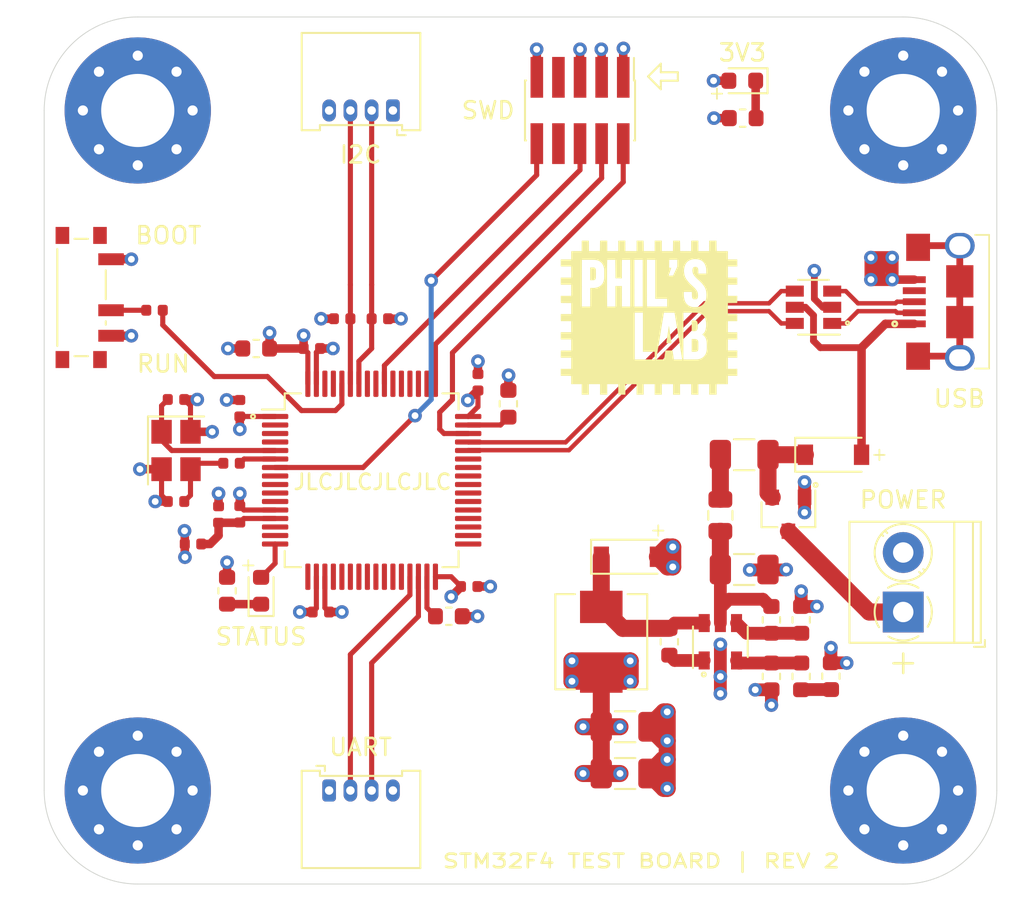
<source format=kicad_pcb>
(kicad_pcb (version 20240108) (generator "pcbnew") (generator_version "8.0")
  (layers (0 "F.Cu" signal) (1 "In1.Cu" power) (2 "In2.Cu" power) (31 "B.Cu" signal) (34 "B.Paste" user) (35 "F.Paste" user) (36 "B.SilkS" user "B.Silkscreen") (37 "F.SilkS" user "F.Silkscreen") (38 "B.Mask" user) (39 "F.Mask" user) (44 "Edge.Cuts" user))
  (net 0 "")
  (net 1 "BUCK_IN")
  (net 2 "GND")
  (net 3 "+3V3")
  (net 4 "BUCK_SW")
  (net 5 "BUCK_BST")
  (net 6 "+3.3VA")
  (net 7 "Net-(C13-Pad1)")
  (net 8 "Net-(C14-Pad1)")
  (net 9 "HSE_IN")
  (net 10 "Net-(C16-Pad1)")
  (net 11 "+5V")
  (net 12 "Net-(D1-Pad1)")
  (net 13 "Net-(D3-Pad1)")
  (net 14 "Net-(D4-Pad1)")
  (net 15 "LED_STATUS")
  (net 16 "Net-(F1-Pad1)")
  (net 17 "+12V")
  (net 18 "SWDIO")
  (net 19 "SWCLK")
  (net 20 "SWO")
  (net 21 "Net-(J2-Pad7)")
  (net 22 "Net-(J2-Pad8)")
  (net 23 "NRST")
  (net 24 "I2C1_SDA")
  (net 25 "I2C1_SCL")
  (net 26 "USART3_TX")
  (net 27 "USART3_RX")
  (net 28 "USB_CONN_D-")
  (net 29 "USB_CONN_D+")
  (net 30 "Net-(J5-Pad4)")
  (net 31 "Net-(J5-Pad6)")
  (net 32 "BUCK_EN")
  (net 33 "BUCK_FB")
  (net 34 "Net-(R4-Pad2)")
  (net 35 "BOOT0")
  (net 36 "Net-(R7-Pad1)")
  (net 37 "HSE_OUT")
  (net 38 "Net-(U2-Pad2)")
  (net 39 "Net-(U2-Pad3)")
  (net 40 "Net-(U2-Pad4)")
  (net 41 "Net-(U2-Pad8)")
  (net 42 "Net-(U2-Pad9)")
  (net 43 "Net-(U2-Pad10)")
  (net 44 "Net-(U2-Pad11)")
  (net 45 "Net-(U2-Pad14)")
  (net 46 "Net-(U2-Pad15)")
  (net 47 "Net-(U2-Pad17)")
  (net 48 "Net-(U2-Pad20)")
  (net 49 "Net-(U2-Pad21)")
  (net 50 "Net-(U2-Pad22)")
  (net 51 "Net-(U2-Pad23)")
  (net 52 "Net-(U2-Pad24)")
  (net 53 "Net-(U2-Pad25)")
  (net 54 "Net-(U2-Pad26)")
  (net 55 "Net-(U2-Pad27)")
  (net 56 "Net-(U2-Pad28)")
  (net 57 "Net-(U2-Pad33)")
  (net 58 "Net-(U2-Pad34)")
  (net 59 "Net-(U2-Pad35)")
  (net 60 "Net-(U2-Pad36)")
  (net 61 "Net-(U2-Pad37)")
  (net 62 "Net-(U2-Pad38)")
  (net 63 "Net-(U2-Pad39)")
  (net 64 "Net-(U2-Pad40)")
  (net 65 "Net-(U2-Pad41)")
  (net 66 "Net-(U2-Pad42)")
  (net 67 "Net-(U2-Pad43)")
  (net 68 "USB_D-")
  (net 69 "USB_D+")
  (net 70 "Net-(U2-Pad50)")
  (net 71 "Net-(U2-Pad51)")
  (net 72 "Net-(U2-Pad52)")
  (net 73 "Net-(U2-Pad53)")
  (net 74 "Net-(U2-Pad54)")
  (net 75 "Net-(U2-Pad56)")
  (net 76 "Net-(U2-Pad57)")
  (net 77 "Net-(U2-Pad61)")
  (net 78 "Net-(U2-Pad62)")
  (footprint "Capacitor_SMD:C_1206_3216Metric" (layer "F.Cu") (at 71.9 68)
    (property "Reference" "C1")
    (property "Value" "10u")
  )
  (footprint "Capacitor_SMD:C_1206_3216Metric" (layer "F.Cu") (at 64.9 77.25)
    (property "Reference" "C2")
    (property "Value" "10u")
  )
  (footprint "Capacitor_SMD:C_1206_3216Metric" (layer "F.Cu") (at 64.9 80)
    (property "Reference" "C3")
    (property "Value" "10u")
  )
  (footprint "Capacitor_SMD:C_0603_1608Metric" (layer "F.Cu") (at 67.5 72.25 -90)
    (property "Reference" "C4")
    (property "Value" "10n")
  )
  (footprint "Capacitor_SMD:C_0603_1608Metric" (layer "F.Cu") (at 43.2125 55 180)
    (property "Reference" "C5")
    (property "Value" "4u7")
  )
  (footprint "Capacitor_SMD:C_0402_1005Metric" (layer "F.Cu") (at 42.25 58.515 90)
    (property "Reference" "C6")
    (property "Value" "100n")
  )
  (footprint "Capacitor_SMD:C_0402_1005Metric" (layer "F.Cu") (at 47.015 70.5 180)
    (property "Reference" "C7")
    (property "Value" "100n")
  )
  (footprint "Capacitor_SMD:C_0402_1005Metric" (layer "F.Cu") (at 55.735 69)
    (property "Reference" "C8")
    (property "Value" "100n")
  )
  (footprint "Capacitor_SMD:C_0402_1005Metric" (layer "F.Cu") (at 56.25 56.985 90)
    (property "Reference" "C9")
    (property "Value" "100n")
  )
  (footprint "Capacitor_SMD:C_0402_1005Metric" (layer "F.Cu") (at 46.485 55)
    (property "Reference" "C10")
    (property "Value" "100n")
  )
  (footprint "Capacitor_SMD:C_0402_1005Metric" (layer "F.Cu") (at 41 64.765 90)
    (property "Reference" "C11")
    (property "Value" "1u")
  )
  (footprint "Capacitor_SMD:C_0402_1005Metric" (layer "F.Cu") (at 42.25 64.75 90)
    (property "Reference" "C12")
    (property "Value" "10n")
  )
  (footprint "Capacitor_SMD:C_0603_1608Metric" (layer "F.Cu") (at 54.5375 70.75)
    (property "Reference" "C13")
    (property "Value" "2u2")
  )
  (footprint "Capacitor_SMD:C_0603_1608Metric" (layer "F.Cu") (at 58.0375 58.25 90)
    (property "Reference" "C14")
    (property "Value" "2u2")
  )
  (footprint "Capacitor_SMD:C_0402_1005Metric" (layer "F.Cu") (at 38.5 58)
    (property "Reference" "C15")
    (property "Value" "12p")
  )
  (footprint "Capacitor_SMD:C_0402_1005Metric" (layer "F.Cu") (at 38.5 64 180)
    (property "Reference" "C16")
    (property "Value" "12p")
  )
  (footprint "Diode_SMD:D_SOD-123" (layer "F.Cu") (at 77.15 61.25)
    (property "Reference" "D1")
    (property "Value" "B5819W")
  )
  (footprint "Diode_SMD:D_SOD-123" (layer "F.Cu") (at 65.15 67.25)
    (property "Reference" "D2")
    (property "Value" "B5819W")
  )
  (footprint "LED_SMD:LED_0603_1608Metric" (layer "F.Cu") (at 71.7875 39.25 180)
    (property "Reference" "D3")
    (property "Value" "RED")
  )
  (footprint "LED_SMD:LED_0603_1608Metric" (layer "F.Cu") (at 43.5 69.25 90)
    (property "Reference" "D4")
    (property "Value" "BLUE")
  )
  (footprint "Fuse:Fuse_1206_3216Metric" (layer "F.Cu") (at 71.9 61.25)
    (property "Reference" "F1")
    (property "Value" "250mA")
  )
  (footprint "Inductor_SMD:L_0805_2012Metric" (layer "F.Cu") (at 70.5 64.8125 90)
    (property "Reference" "FB1")
    (property "Value" "600 @ 600MHz")
  )
  (footprint "MountingHole:MountingHole_4.3mm_M4_Pad_Via" (layer "F.Cu") (at 81.25 41)
    (property "Reference" "H1")
    (property "Value" "MountingHole_Pad")
  )
  (footprint "MountingHole:MountingHole_4.3mm_M4_Pad_Via" (layer "F.Cu") (at 36.25 81)
    (property "Reference" "H3")
    (property "Value" "MountingHole_Pad")
  )
  (footprint "MountingHole:MountingHole_4.3mm_M4_Pad_Via" (layer "F.Cu") (at 36.25 41)
    (property "Reference" "H4")
    (property "Value" "MountingHole_Pad")
  )
  (footprint "TerminalBlock_Phoenix:TerminalBlock_Phoenix_PT-1,5-2-3.5-H_1x02_P3.50mm_Horizontal" (layer "F.Cu") (at 81.25 70.5 90)
    (property "Reference" "J1")
    (property "Value" "Screw_Terminal_01x02")
  )
  (footprint "Connector_PinHeader_1.27mm:PinHeader_2x05_P1.27mm_Vertical_SMD" (layer "F.Cu") (at 62.25 41 -90)
    (property "Reference" "J2")
    (property "Value" "SWD")
  )
  (footprint "Connector_Molex:Molex_PicoBlade_53048-0410_1x04_P1.25mm_Horizontal" (layer "F.Cu") (at 51.25 41 180)
    (property "Reference" "J3")
    (property "Value" "Conn_01x04")
  )
  (footprint "Connector_Molex:Molex_PicoBlade_53048-0410_1x04_P1.25mm_Horizontal" (layer "F.Cu") (at 47.5 81)
    (property "Reference" "J4")
    (property "Value" "Conn_01x04")
  )
  (footprint "SchmillipKiCADLibrary:USB_MICRO_B_101181930001LF" (layer "F.Cu") (at 84.5 52.25 90)
    (property "Reference" "J5")
    (property "Value" "USB_B_Micro" (hide yes))
  )
  (footprint "Inductor_SMD:L_Sunlord_MWSA0518_5.4x5.2mm" (layer "F.Cu") (at 63.5 72.25 -90)
    (property "Reference" "L1")
    (property "Value" "10u")
  )
  (footprint "Inductor_SMD:L_0402_1005Metric" (layer "F.Cu") (at 39.5 66.5)
    (property "Reference" "L2")
    (property "Value" "39n")
  )
  (footprint "Package_TO_SOT_SMD:SOT-23" (layer "F.Cu") (at 74.5 64.75 -90)
    (property "Reference" "Q1")
    (property "Value" "AO3401A")
  )
  (footprint "Resistor_SMD:R_0603_1608Metric" (layer "F.Cu") (at 73.5 70.9625 -90)
    (property "Reference" "R1")
    (property "Value" "100k")
  )
  (footprint "Resistor_SMD:R_0603_1608Metric" (layer "F.Cu") (at 75.25 70.9625 90)
    (property "Reference" "R2")
    (property "Value" "68k")
  )
  (footprint "Resistor_SMD:R_0603_1608Metric" (layer "F.Cu") (at 73.5 74.2875 90)
    (property "Reference" "R3")
    (property "Value" "47k")
  )
  (footprint "Resistor_SMD:R_0603_1608Metric" (layer "F.Cu") (at 75.25 74.2875 -90)
    (property "Reference" "R4")
    (property "Value" "15k")
  )
  (footprint "Resistor_SMD:R_0603_1608Metric" (layer "F.Cu") (at 77 74.275 90)
    (property "Reference" "R5")
    (property "Value" "270")
  )
  (footprint "Resistor_SMD:R_0603_1608Metric" (layer "F.Cu") (at 71.8125 41.45)
    (property "Reference" "R6")
    (property "Value" "1k")
  )
  (footprint "Resistor_SMD:R_0402_1005Metric" (layer "F.Cu") (at 37.235 52.75)
    (property "Reference" "R7")
    (property "Value" "10k")
  )
  (footprint "Resistor_SMD:R_0402_1005Metric" (layer "F.Cu") (at 41.765 61.75 180)
    (property "Reference" "R8")
    (property "Value" "47")
  )
  (footprint "Resistor_SMD:R_0603_1608Metric" (layer "F.Cu") (at 41.5 69.25 -90)
    (property "Reference" "R9")
    (property "Value" "1k5")
  )
  (footprint "Resistor_SMD:R_0402_1005Metric" (layer "F.Cu") (at 50.485 53.25 180)
    (property "Reference" "R10")
    (property "Value" "2k2")
  )
  (footprint "Resistor_SMD:R_0402_1005Metric" (layer "F.Cu") (at 48.265 53.25)
    (property "Reference" "R11")
    (property "Value" "2k2")
  )
  (footprint "Button_Switch_SMD:SW_SPDT_PCM12" (layer "F.Cu") (at 33.25 52 -90)
    (property "Reference" "SW1")
    (property "Value" "SW_SPDT")
  )
  (footprint "Package_TO_SOT_SMD:SOT-23-6" (layer "F.Cu") (at 70.5 72.25 90)
    (property "Reference" "U1")
    (property "Value" "MP2359DJ-LF-Z")
  )
  (footprint "Package_QFP:LQFP-64_10x10mm_P0.5mm" (layer "F.Cu") (at 50 62.75)
    (property "Reference" "U2")
    (property "Value" "STM32F405RGT6")
  )
  (footprint "Package_TO_SOT_SMD:SOT-23-6" (layer "F.Cu") (at 75.975 52.575 180)
    (property "Reference" "U3")
    (property "Value" "USBLC6-2SC6")
  )
  (footprint "Crystal:Crystal_SMD_3225-4Pin_3.2x2.5mm" (layer "F.Cu") (at 38.5 61 -90)
    (property "Reference" "Y1")
    (property "Value" "16MHz")
  )
  (footprint "MountingHole:MountingHole_4.3mm_M4_Pad_Via" (layer "F.Cu") (at 81.25 81)
    (property "Reference" "H2")
    (property "Value" "MountingHole_Pad")
  )
  (footprint "SchmillipKiCADLibrary:Silk_PhilsLabIC" (layer "F.Cu") (at 66.4 53.15)
    (property "Reference" "G***" (hide yes))
    (property "Value" "LOGO" (hide yes))
  )
  (footprint "SchmillipKiCADLibrary:JLCPCB_MountingHole_1.152mm" (layer "F.Cu") (at 42.5 41)
    (property "Reference" "REF**")
    (property "Value" "MountingHole_1.152mm")
  )
  (footprint "SchmillipKiCADLibrary:JLCPCB_MountingHole_1.152mm" (layer "F.Cu") (at 75.25 41)
    (property "Reference" "REF**")
    (property "Value" "MountingHole_1.152mm")
  )
  (footprint "SchmillipKiCADLibrary:JLCPCB_MountingHole_1.152mm" (layer "F.Cu") (at 75.25 81)
    (property "Reference" "REF**")
    (property "Value" "MountingHole_1.152mm")
  )
  (gr_line (start 68 39.25) (end 67 39.25) (stroke (width 0.12)) (layer "F.SilkS"))
  (gr_line (start 67 38.75) (end 68 38.75) (stroke (width 0.12)) (layer "F.SilkS"))
  (gr_line (start 67 39.25) (end 67 39.75) (stroke (width 0.12)) (layer "F.SilkS"))
  (gr_line (start 67 39.75) (end 66.25 39) (stroke (width 0.12)) (layer "F.SilkS"))
  (gr_line (start 67 38.25) (end 67 38.75) (stroke (width 0.12)) (layer "F.SilkS"))
  (gr_line (start 66.25 39) (end 67 38.25) (stroke (width 0.12)) (layer "F.SilkS"))
  (gr_line (start 68 38.75) (end 68 39.25) (stroke (width 0.12)) (layer "F.SilkS"))
  (gr_circle (center 43.025 59) (end 43.05 59.05) (stroke (width 0.12)) (fill none) (layer "F.SilkS"))
  (gr_circle (center 76.1 63.025) (end 76.125 63.075) (stroke (width 0.12)) (fill none) (layer "F.SilkS"))
  (gr_circle (center 77.975 53.5) (end 78 53.525) (stroke (width 0.12)) (fill none) (layer "F.SilkS"))
  (gr_circle (center 69.525 74.175) (end 69.55 74.225) (stroke (width 0.12)) (fill none) (layer "F.SilkS"))
  (gr_line (start 30.75 81) (end 30.75 41) (stroke (width 0.05)) (layer "Edge.Cuts"))
  (gr_arc (start 86.75 81) (mid 85.139087 84.889087) (end 81.25 86.5) (stroke (width 0.05)) (layer "Edge.Cuts"))
  (gr_arc (start 30.75 41) (mid 32.360913 37.110913) (end 36.25 35.5) (stroke (width 0.05)) (layer "Edge.Cuts"))
  (gr_line (start 86.75 41) (end 86.75 81) (stroke (width 0.05)) (layer "Edge.Cuts"))
  (gr_arc (start 36.25 86.5) (mid 32.360913 84.889087) (end 30.75 81) (stroke (width 0.05)) (layer "Edge.Cuts"))
  (gr_arc (start 81.25 35.5) (mid 85.139087 37.110913) (end 86.75 41) (stroke (width 0.05)) (layer "Edge.Cuts"))
  (gr_line (start 81.25 86.5) (end 36.25 86.5) (stroke (width 0.05)) (layer "Edge.Cuts"))
  (gr_line (start 36.25 35.5) (end 81.25 35.5) (stroke (width 0.05)) (layer "Edge.Cuts"))
  (gr_text "UART" (at 49.35 78.45 0) (layer "F.SilkS") (effects (font (size 1 1))))
  (gr_text "USB" (at 84.55 57.95 0) (layer "F.SilkS") (effects (font (size 1 1))))
  (gr_text "POWER" (at 81.25 63.9 0) (layer "F.SilkS") (effects (font (size 1 1))))
  (gr_text "BOOT" (at 38.05 48.35 0) (layer "F.SilkS") (effects (font (size 1 1))))
  (gr_text "SWD" (at 56.85 41 0) (layer "F.SilkS") (effects (font (size 1 1))))
  (gr_text "3V3" (at 71.8 37.6 0) (layer "F.SilkS") (effects (font (size 1 1))))
  (gr_text "STATUS" (at 43.5 71.95 0) (layer "F.SilkS") (effects (font (size 1 1))))
  (gr_text "+" (at 66.85 65.65 0) (layer "F.SilkS") (effects (font (size 0.8 0.8) (thickness 0.1))))
  (gr_text "+" (at 81.25 73.4 0) (layer "F.SilkS") (effects (font (size 1.5 1.5))))
  (gr_text "+" (at 42.75 67.7 0) (layer "F.SilkS") (effects (font (size 0.8 0.8) (thickness 0.1))))
  (gr_text "+" (at 70.3 39.95 0) (layer "F.SilkS") (effects (font (size 0.8 0.8) (thickness 0.1))))
  (gr_text "RUN" (at 37.75 55.9 0) (layer "F.SilkS") (effects (font (size 1 1))))
  (gr_text "+" (at 79.85 61.2 0) (layer "F.SilkS") (effects (font (size 0.8 0.8) (thickness 0.1))))
  (gr_text "I2C" (at 49.35 43.6 0) (layer "F.SilkS") (effects (font (size 1 1))))
  (gr_text "STM32F4 TEST BOARD | REV 2" (at 65.85 85.15 0) (layer "F.SilkS") (effects (font (size 0.8 1))))
  (gr_text "JLCJLCJLCJLC" (at 50.05 62.85 0) (layer "F.SilkS") (effects (font (size 0.9 0.9))))
  (segment (start 73 69.75) (end 71 69.75) (width 0.75) (layer "F.Cu") (net 1))
  (segment (start 70.5 65.75) (end 70.5 68) (width 1) (layer "F.Cu") (net 1))
  (segment (start 70.5 71.15) (end 70.5 70.25) (width 0.75) (layer "F.Cu") (net 1))
  (segment (start 73.5 70.175) (end 73.425 70.175) (width 0.75) (layer "F.Cu") (net 1))
  (segment (start 71 69.75) (end 70.5 70.25) (width 0.75) (layer "F.Cu") (net 1))
  (segment (start 70.5 70.25) (end 70.5 68) (width 0.75) (layer "F.Cu") (net 1))
  (segment (start 73.425 70.175) (end 73 69.75) (width 0.75) (layer "F.Cu") (net 1))
  (segment (start 56.22 69) (end 56.975 69) (width 0.5) (layer "F.Cu") (net 2))
  (segment (start 76.525 52.575) (end 76.025 52.075) (width 0.4) (layer "F.Cu") (net 2))
  (segment (start 55.325 70.75) (end 56.225 70.75) (width 0.5) (layer "F.Cu") (net 2))
  (segment (start 67.7 67.85) (end 67.4 67.85) (width 1) (layer "F.Cu") (net 2))
  (segment (start 67.375 76.375) (end 67.175 76.375) (width 1) (layer "F.Cu") (net 2))
  (segment (start 46.75 57.075) (end 46.75 55.22) (width 0.3) (layer "F.Cu") (net 2))
  (segment (start 75.45 62.85) (end 75.45 64.65) (width 0.75) (layer "F.Cu") (net 2))
  (segment (start 42.25 64.265) (end 42.25 63.525) (width 0.5) (layer "F.Cu") (net 2))
  (segment (start 62.25 39.05) (end 62.25 37.4) (width 0.5) (layer "F.Cu") (net 2))
  (segment (start 67.375 80.875) (end 67.175 80.875) (width 1) (layer "F.Cu") (net 2))
  (segment (start 77.075 52.575) (end 76.525 52.575) (width 0.4) (layer "F.Cu") (net 2))
  (segment (start 70.5 72.4) (end 70.5 75.3) (width 0.75) (layer "F.Cu") (net 2))
  (segment (start 46.75 70.28) (end 46.53 70.5) (width 0.3) (layer "F.Cu") (net 2))
  (segment (start 37.65 62.1) (end 37.65 63.635) (width 0.3) (layer "F.Cu") (net 2))
  (segment (start 67.175 76.375) (end 66.3 77.25) (width 1) (layer "F.Cu") (net 2))
  (segment (start 80.6 49.65) (end 80.6 50.95) (width 0.75) (layer "F.Cu") (net 2))
  (segment (start 42.25 58.03) (end 41.48 58.03) (width 0.5) (layer "F.Cu") (net 2))
  (segment (start 77 73.4875) (end 77.9125 73.4875) (width 0.75) (layer "F.Cu") (net 2))
  (segment (start 59.71 39.05) (end 59.71 37.41) (width 0.5) (layer "F.Cu") (net 2))
  (segment (start 38.015 64) (end 37.275 64) (width 0.5) (layer "F.Cu") (net 2))
  (segment (start 80.6 50.95) (end 79.35 50.95) (width 0.75) (layer "F.Cu") (net 2))
  (segment (start 67.7 66.675) (end 67.375 66.675) (width 1) (layer "F.Cu") (net 2))
  (segment (start 67.125 79.175) (end 66.3 80) (width 1) (layer "F.Cu") (net 2))
  (segment (start 56.25 56.5) (end 56.25 55.75) (width 0.5) (layer "F.Cu") (net 2))
  (segment (start 42.485 64.5) (end 42.25 64.265) (width 0.3) (layer "F.Cu") (net 2))
  (segment (start 67.375 76.375) (end 67.375 78.075) (width 1) (layer "F.Cu") (net 2))
  (segment (start 46.75 55.22) (end 46.97 55) (width 0.3) (layer "F.Cu") (net 2))
  (segment (start 39.35 59.9) (end 39.35 58.365) (width 0.3) (layer "F.Cu") (net 2))
  (segment (start 42.425 55) (end 41.55 55) (width 0.5) (layer "F.Cu") (net 2))
  (segment (start 67.375 79.175) (end 67.375 80.875) (width 1) (layer "F.Cu") (net 2))
  (segment (start 41.5 68.4625) (end 41.5 67.575) (width 0.5) (layer "F.Cu") (net 2))
  (segment (start 41 64.28) (end 41 63.525) (width 0.5) (layer "F.Cu") (net 2))
  (segment (start 63.52 39.05) (end 63.52 37.42) (width 0.5) (layer "F.Cu") (net 2))
  (segment (start 67.4 67.85) (end 66.8 67.25) (width 1) (layer "F.Cu") (net 2))
  (segment (start 44.325 64.5) (end 42.485 64.5) (width 0.3) (layer "F.Cu") (net 2))
  (segment (start 39.75 58) (end 38.985 58) (width 0.5) (layer "F.Cu") (net 2))
  (segment (start 35.875 54.25) (end 34.68 54.25) (width 0.5) (layer "F.Cu") (net 2))
  (segment (start 37.65 63.635) (end 38.015 64) (width 0.3) (layer "F.Cu") (net 2))
  (segment (start 79.35 50.9) (end 80.6 49.65) (width 0.75) (layer "F.Cu") (net 2))
  (segment (start 46.97 55) (end 47.725 55) (width 0.5) (layer "F.Cu") (net 2))
  (segment (start 79.35 50.95) (end 79.35 50.9) (width 0.75) (layer "F.Cu") (net 2))
  (segment (start 74.35 68.025) (end 74.375 68) (width 0.75) (layer "F.Cu") (net 2))
  (segment (start 58.0375 56.5875) (end 58.05 56.575) (width 0.5) (layer "F.Cu") (net 2))
  (segment (start 63.52 37.42) (end 63.5 37.4) (width 0.5) (layer "F.Cu") (net 2))
  (segment (start 37.65 62.1) (end 36.375 62.1) (width 0.5) (layer "F.Cu") (net 2))
  (segment (start 71.025 41.45) (end 70.125 41.45) (width 0.5) (layer "F.Cu") (net 2))
  (segment (start 77 73.4875) (end 77 72.6) (width 0.75) (layer "F.Cu") (net 2))
  (segment (start 76.025 52.075) (end 76.025 50.425) (width 0.4) (layer "F.Cu") (net 2))
  (segment (start 46.53 70.5) (end 45.775 70.5) (width 0.5) (layer "F.Cu") (net 2))
  (segment (start 79.35 49.65) (end 80.6 49.65) (width 0.75) (layer "F.Cu") (net 2))
  (segment (start 75.25 70.175) (end 76.175 70.175) (width 0.75) (layer "F.Cu") (net 2))
  (segment (start 41.48 58.03) (end 41.475 58.025) (width 0.5) (layer "F.Cu") (net 2))
  (segment (start 72.225 68.025) (end 74.35 68.025) (width 0.75) (layer "F.Cu") (net 2))
  (segment (start 58.0375 57.4625) (end 58.0375 56.5875) (width 0.5) (layer "F.Cu") (net 2))
  (segment (start 59.71 37.41) (end 59.7 37.4) (width 0.5) (layer "F.Cu") (net 2))
  (segment (start 81.9 50.95) (end 80.6 50.95) (width 0.5) (layer "F.Cu") (net 2))
  (segment (start 75.25 70.175) (end 75.25 69.275) (width 0.75) (layer "F.Cu") (net 2))
  (segment (start 67.375 78.075) (end 67.375 79.175) (width 1) (layer "F.Cu") (net 2))
  (segment (start 40.625 59.9) (end 39.35 59.9) (width 0.5) (layer "F.Cu") (net 2))
  (segment (start 67.125 78.075) (end 66.3 77.25) (width 1) (layer "F.Cu") (net 2))
  (segment (start 67.375 79.175) (end 67.125 79.175) (width 1) (layer "F.Cu") (net 2))
  (segment (start 67.7 66.675) (end 67.7 67.85) (width 1) (layer "F.Cu") (net 2))
  (segment (start 67.375 78.075) (end 67.125 78.075) (width 1) (layer "F.Cu") (net 2))
  (segment (start 67.175 80.875) (end 66.3 80) (width 1) (layer "F.Cu") (net 2))
  (segment (start 79.35 49.65) (end 79.35 50.95) (width 0.75) (layer "F.Cu") (net 2))
  (segment (start 77.9125 73.4875) (end 77.925 73.5) (width 0.75) (layer "F.Cu") (net 2))
  (segment (start 39.35 58.365) (end 38.985 58) (width 0.3) (layer "F.Cu") (net 2))
  (segment (start 46.75 68.425) (end 46.75 70.28) (width 0.3) (layer "F.Cu") (net 2))
  (segment (start 67.375 66.675) (end 66.8 67.25) (width 1) (layer "F.Cu") (net 2))
  (via (at 35.875 54.25) (size 0.8) (drill 0.4) (layers "F.Cu" "B.Cu") (net 2))
  (via (at 47.725 55) (size 0.8) (drill 0.4) (layers "F.Cu" "B.Cu") (net 2))
  (via (at 39.75 58) (size 0.8) (drill 0.4) (layers "F.Cu" "B.Cu") (net 2))
  (via (at 37.275 64) (size 0.8) (drill 0.4) (layers "F.Cu" "B.Cu") (net 2))
  (via (at 41 63.525) (size 0.8) (drill 0.4) (layers "F.Cu" "B.Cu") (net 2))
  (via (at 42.25 63.525) (size 0.8) (drill 0.4) (layers "F.Cu" "B.Cu") (net 2))
  (via (at 41.5 67.575) (size 0.8) (drill 0.4) (layers "F.Cu" "B.Cu") (net 2))
  (via (at 45.775 70.5) (size 0.8) (drill 0.4) (layers "F.Cu" "B.Cu") (net 2))
  (via (at 56.225 70.75) (size 0.8) (drill 0.4) (layers "F.Cu" "B.Cu") (net 2))
  (via (at 56.975 69) (size 0.8) (drill 0.4) (layers "F.Cu" "B.Cu") (net 2))
  (via (at 56.25 55.75) (size 0.8) (drill 0.4) (layers "F.Cu" "B.Cu") (net 2))
  (via (at 58.05 56.575) (size 0.8) (drill 0.4) (layers "F.Cu" "B.Cu") (net 2))
  (via (at 70.125 41.45) (size 0.8) (drill 0.4) (layers "F.Cu" "B.Cu") (net 2))
  (via (at 80.6 50.95) (size 0.8) (drill 0.4) (layers "F.Cu" "B.Cu") (net 2))
  (via (at 79.35 50.95) (size 0.8) (drill 0.4) (layers "F.Cu" "B.Cu") (net 2))
  (via (at 79.35 49.65) (size 0.8) (drill 0.4) (layers "F.Cu" "B.Cu") (net 2))
  (via (at 80.6 49.65) (size 0.8) (drill 0.4) (layers "F.Cu" "B.Cu") (net 2))
  (via (at 67.7 66.675) (size 0.8) (drill 0.4) (layers "F.Cu" "B.Cu") (net 2))
  (via (at 67.7 67.85) (size 0.8) (drill 0.4) (layers "F.Cu" "B.Cu") (net 2))
  (via (at 72.225 68.025) (size 0.8) (drill 0.4) (layers "F.Cu" "B.Cu") (net 2))
  (via (at 74.375 68) (size 0.8) (drill 0.4) (layers "F.Cu" "B.Cu") (net 2))
  (via (at 75.45 62.85) (size 0.8) (drill 0.4) (layers "F.Cu" "B.Cu") (net 2))
  (via (at 75.45 64.65) (size 0.8) (drill 0.4) (layers "F.Cu" "B.Cu") (net 2))
  (via (at 77 72.6) (size 0.8) (drill 0.4) (layers "F.Cu" "B.Cu") (net 2))
  (via (at 77.925 73.5) (size 0.8) (drill 0.4) (layers "F.Cu" "B.Cu") (net 2))
  (via (at 76.175 70.175) (size 0.8) (drill 0.4) (layers "F.Cu" "B.Cu") (net 2))
  (via (at 75.25 69.275) (size 0.8) (drill 0.4) (layers "F.Cu" "B.Cu") (net 2))
  (via (at 67.375 76.375) (size 0.8) (drill 0.4) (layers "F.Cu" "B.Cu") (net 2))
  (via (at 67.375 78.075) (size 0.8) (drill 0.4) (layers "F.Cu" "B.Cu") (net 2))
  (via (at 67.375 79.175) (size 0.8) (drill 0.4) (layers "F.Cu" "B.Cu") (net 2))
  (via (at 67.375 80.875) (size 0.8) (drill 0.4) (layers "F.Cu" "B.Cu") (net 2))
  (via (at 70.5 74.3) (size 0.8) (drill 0.4) (layers "F.Cu" "B.Cu") (net 2))
  (via (at 70.5 75.3) (size 0.8) (drill 0.4) (layers "F.Cu" "B.Cu") (net 2))
  (via (at 70.5 72.4) (size 0.8) (drill 0.4) (layers "F.Cu" "B.Cu") (net 2))
  (via (at 41.475 58.025) (size 0.8) (drill 0.4) (layers "F.Cu" "B.Cu") (net 2))
  (via (at 40.625 59.9) (size 0.8) (drill 0.4) (layers "F.Cu" "B.Cu") (net 2))
  (via (at 36.375 62.1) (size 0.8) (drill 0.4) (layers "F.Cu" "B.Cu") (net 2))
  (via (at 63.5 37.4) (size 0.8) (drill 0.4) (layers "F.Cu" "B.Cu") (net 2))
  (via (at 62.25 37.4) (size 0.8) (drill 0.4) (layers "F.Cu" "B.Cu") (net 2))
  (via (at 59.7 37.4) (size 0.8) (drill 0.4) (layers "F.Cu" "B.Cu") (net 2))
  (via (at 76.025 50.425) (size 0.8) (drill 0.4) (layers "F.Cu" "B.Cu") (net 2))
  (via (at 41.55 55) (size 0.8) (drill 0.4) (layers "F.Cu" "B.Cu") (net 2))
  (segment (start 61.775 73.375) (end 61.775 74.575) (width 1) (layer "F.Cu") (net 3))
  (segment (start 62.05 74.3) (end 61.775 74.575) (width 1) (layer "F.Cu") (net 3))
  (segment (start 46.25 57.075) (end 46.25 55.25) (width 0.3) (layer "F.Cu") (net 3))
  (segment (start 63.5 74.3) (end 64.925 74.3) (width 1) (layer "F.Cu") (net 3))
  (segment (start 47.25 70.25) (end 47.5 70.5) (width 0.3) (layer "F.Cu") (net 3))
  (segment (start 50.97 53.25) (end 51.725 53.25) (width 0.5) (layer "F.Cu") (net 3))
  (segment (start 73.5 75.075) (end 72.55 75.075) (width 0.75) (layer "F.Cu") (net 3))
  (segment (start 34.68 49.75) (end 35.875 49.75) (width 0.5) (layer "F.Cu") (net 3))
  (segment (start 47.25 68.425) (end 47.25 70.25) (width 0.3) (layer "F.Cu") (net 3))
  (segment (start 46.25 55.25) (end 46 55) (width 0.3) (layer "F.Cu") (net 3))
  (segment (start 44 55) (end 44 54.075) (width 0.5) (layer "F.Cu") (net 3))
  (segment (start 63.5 74.3) (end 62.7 74.3) (width 1) (layer "F.Cu") (net 3))
  (segment (start 64.925 74.3) (end 65.2 74.575) (width 1) (layer "F.Cu") (net 3))
  (segment (start 39.015 66.5) (end 39.015 65.74) (width 0.5) (layer "F.Cu") (net 3))
  (segment (start 62.7 74.3) (end 61.775 73.375) (width 1) (layer "F.Cu") (net 3))
  (segment (start 65.2 73.375) (end 65.2 74.575) (width 1) (layer "F.Cu") (net 3))
  (segment (start 44.325 59) (end 42.25 59) (width 0.3) (layer "F.Cu") (net 3))
  (segment (start 39.015 67.265) (end 39.025 67.275) (width 0.5) (layer "F.Cu") (net 3))
  (segment (start 55.25 69) (end 55.25 69.025) (width 0.5) (layer "F.Cu") (net 3))
  (segment (start 56.25 57.47) (end 56.25 58.425) (width 0.3) (layer "F.Cu") (net 3))
  (segment (start 46 55) (end 46 54.225) (width 0.5) (layer "F.Cu") (net 3))
  (segment (start 64.79 37.36) (end 64.8 37.35) (width 0.5) (layer "F.Cu") (net 3))
  (segment (start 63.5 74.3) (end 62.05 74.3) (width 1) (layer "F.Cu") (net 3))
  (segment (start 63.5 74.3) (end 64.275 74.3) (width 1) (layer "F.Cu") (net 3))
  (segment (start 46 55) (end 44 55) (width 0.5) (layer "F.Cu") (net 3))
  (segment (start 56.25 58.425) (end 55.675 59) (width 0.3) (layer "F.Cu") (net 3))
  (segment (start 61.775 73.375) (end 65.2 73.375) (width 1) (layer "F.Cu") (net 3))
  (segment (start 55.25 69.025) (end 54.675 69.6) (width 0.5) (layer "F.Cu") (net 3))
  (segment (start 73.5 75.075) (end 73.5 75.975) (width 0.75) (layer "F.Cu") (net 3))
  (segment (start 39.015 65.74) (end 39 65.725) (width 0.5) (layer "F.Cu") (net 3))
  (segment (start 56.25 57.47) (end 56.23 57.47) (width 0.5) (layer "F.Cu") (net 3))
  (segment (start 61.775 74.575) (end 65.2 74.575) (width 1) (layer "F.Cu") (net 3))
  (segment (start 71 39.25) (end 70.1 39.25) (width 0.5) (layer "F.Cu") (net 3))
  (segment (start 42.25 59) (end 42.25 59.75) (width 0.5) (layer "F.Cu") (net 3))
  (segment (start 62.425 80) (end 64.6 80) (width 1) (layer "F.Cu") (net 3))
  (segment (start 56.23 57.47) (end 55.65 58.05) (width 0.5) (layer "F.Cu") (net 3))
  (segment (start 53.75 68.425) (end 54.675 68.425) (width 0.3) (layer "F.Cu") (net 3))
  (segment (start 54.675 68.425) (end 55.25 69) (width 0.3) (layer "F.Cu") (net 3))
  (segment (start 39.015 66.5) (end 39.015 67.265) (width 0.5) (layer "F.Cu") (net 3))
  (segment (start 64.275 74.3) (end 65.2 73.375) (width 1) (layer "F.Cu") (net 3))
  (segment (start 47.78 53.25) (end 47.025 53.25) (width 0.5) (layer "F.Cu") (net 3))
  (segment (start 47.5 70.5) (end 48.25 70.5) (width 0.5) (layer "F.Cu") (net 3))
  (segment (start 63.5 74.3) (end 63.5 80) (width 1) (layer "F.Cu") (net 3))
  (segment (start 64.79 39.05) (end 64.79 37.36) (width 0.5) (layer "F.Cu") (net 3))
  (segment (start 62.425 77.25) (end 64.6 77.25) (width 1) (layer "F.Cu") (net 3))
  (via (at 47.025 53.25) (size 0.8) (drill 0.4) (layers "F.Cu" "B.Cu") (net 3))
  (via (at 44 54.075) (size 0.8) (drill 0.4) (layers "F.Cu" "B.Cu") (net 3))
  (via (at 35.875 49.75) (size 0.8) (drill 0.4) (layers "F.Cu" "B.Cu") (net 3))
  (via (at 70.1 39.25) (size 0.8) (drill 0.4) (layers "F.Cu" "B.Cu") (net 3))
  (via (at 54.675 69.6) (size 0.8) (drill 0.4) (layers "F.Cu" "B.Cu") (net 3))
  (via (at 48.25 70.5) (size 0.8) (drill 0.4) (layers "F.Cu" "B.Cu") (net 3))
  (via (at 39 65.725) (size 0.8) (drill 0.4) (layers "F.Cu" "B.Cu") (net 3))
  (via (at 39.025 67.275) (size 0.8) (drill 0.4) (layers "F.Cu" "B.Cu") (net 3))
  (via (at 42.25 59.75) (size 0.8) (drill 0.4) (layers "F.Cu" "B.Cu") (net 3))
  (via (at 46 54.225) (size 0.8) (drill 0.4) (layers "F.Cu" "B.Cu") (net 3))
  (via (at 61.775 74.575) (size 0.8) (drill 0.4) (layers "F.Cu" "B.Cu") (net 3))
  (via (at 61.775 73.375) (size 0.8) (drill 0.4) (layers "F.Cu" "B.Cu") (net 3))
  (via (at 65.2 73.375) (size 0.8) (drill 0.4) (layers "F.Cu" "B.Cu") (net 3))
  (via (at 65.2 74.575) (size 0.8) (drill 0.4) (layers "F.Cu" "B.Cu") (net 3))
  (via (at 62.425 77.25) (size 0.8) (drill 0.4) (layers "F.Cu" "B.Cu") (net 3))
  (via (at 64.6 77.25) (size 0.8) (drill 0.4) (layers "F.Cu" "B.Cu") (net 3))
  (via (at 62.425 80) (size 0.8) (drill 0.4) (layers "F.Cu" "B.Cu") (net 3))
  (via (at 64.6 80) (size 0.8) (drill 0.4) (layers "F.Cu" "B.Cu") (net 3))
  (via (at 72.55 75.075) (size 0.8) (drill 0.4) (layers "F.Cu" "B.Cu") (net 3))
  (via (at 73.5 75.975) (size 0.8) (drill 0.4) (layers "F.Cu" "B.Cu") (net 3))
  (via (at 55.65 58.05) (size 0.8) (drill 0.4) (layers "F.Cu" "B.Cu") (net 3))
  (via (at 64.8 37.35) (size 0.8) (drill 0.4) (layers "F.Cu" "B.Cu") (net 3))
  (via (at 51.725 53.25) (size 0.8) (drill 0.4) (layers "F.Cu" "B.Cu") (net 3))
  (segment (start 64.7625 71.4625) (end 63.5 70.2) (width 1) (layer "F.Cu") (net 4))
  (segment (start 69.55 71.15) (end 67.8125 71.15) (width 0.75) (layer "F.Cu") (net 4))
  (segment (start 67.5 71.4625) (end 64.7625 71.4625) (width 1) (layer "F.Cu") (net 4))
  (segment (start 67.8125 71.15) (end 67.5 71.4625) (width 0.75) (layer "F.Cu") (net 4))
  (segment (start 63.5 70.2) (end 63.5 67.25) (width 1) (layer "F.Cu") (net 4))
  (segment (start 69.55 73.35) (end 67.8125 73.35) (width 0.75) (layer "F.Cu") (net 5))
  (segment (start 67.8125 73.35) (end 67.5 73.0375) (width 0.75) (layer "F.Cu") (net 5))
  (segment (start 41 65.25) (end 42.235 65.25) (width 0.5) (layer "F.Cu") (net 6))
  (segment (start 42.485 65) (end 42.25 65.235) (width 0.3) (layer "F.Cu") (net 6))
  (segment (start 39.985 66.5) (end 40.5 66.5) (width 0.5) (layer "F.Cu") (net 6))
  (segment (start 40.5 66.5) (end 41 66) (width 0.5) (layer "F.Cu") (net 6))
  (segment (start 41 66) (end 41 65.25) (width 0.5) (layer "F.Cu") (net 6))
  (segment (start 42.235 65.25) (end 42.25 65.235) (width 0.5) (layer "F.Cu") (net 6))
  (segment (start 44.325 65) (end 42.485 65) (width 0.3) (layer "F.Cu") (net 6))
  (segment (start 53.25 70.25) (end 53.75 70.75) (width 0.3) (layer "F.Cu") (net 7))
  (segment (start 53.25 68.425) (end 53.25 70.25) (width 0.3) (layer "F.Cu") (net 7))
  (segment (start 57.575 59.5) (end 58.0375 59.0375) (width 0.3) (layer "F.Cu") (net 8))
  (segment (start 55.675 59.5) (end 57.575 59.5) (width 0.3) (layer "F.Cu") (net 8))
  (segment (start 37.65 58.365) (end 38.015 58) (width 0.3) (layer "F.Cu") (net 9))
  (segment (start 37.65 60.4) (end 37.65 59.9) (width 0.3) (layer "F.Cu") (net 9))
  (segment (start 38.25 61) (end 37.65 60.4) (width 0.3) (layer "F.Cu") (net 9))
  (segment (start 37.65 59.9) (end 37.65 58.365) (width 0.3) (layer "F.Cu") (net 9))
  (segment (start 44.325 61) (end 38.25 61) (width 0.3) (layer "F.Cu") (net 9))
  (segment (start 39.7 61.75) (end 39.35 62.1) (width 0.3) (layer "F.Cu") (net 10))
  (segment (start 39.35 62.1) (end 39.35 63.635) (width 0.3) (layer "F.Cu") (net 10))
  (segment (start 39.35 63.635) (end 38.985 64) (width 0.3) (layer "F.Cu") (net 10))
  (segment (start 41.28 61.75) (end 39.7 61.75) (width 0.3) (layer "F.Cu") (net 10))
  (segment (start 76.375 54.95) (end 75.975 54.55) (width 0.4) (layer "F.Cu") (net 11))
  (segment (start 80.2 53.55) (end 78.8 54.95) (width 0.5) (layer "F.Cu") (net 11))
  (segment (start 78.8 54.95) (end 76.375 54.95) (width 0.4) (layer "F.Cu") (net 11))
  (segment (start 78.8 54.95) (end 78.8 61.25) (width 0.5) (layer "F.Cu") (net 11))
  (segment (start 75.500002 52.575) (end 74.875 52.575) (width 0.4) (layer "F.Cu") (net 11))
  (segment (start 75.975 53.049998) (end 75.500002 52.575) (width 0.4) (layer "F.Cu") (net 11))
  (segment (start 81.9 53.55) (end 80.2 53.55) (width 0.5) (layer "F.Cu") (net 11))
  (segment (start 75.975 54.55) (end 75.975 53.049998) (width 0.4) (layer "F.Cu") (net 11))
  (segment (start 73.3 61.25) (end 73.3 63.5) (width 1) (layer "F.Cu") (net 12))
  (segment (start 73.3 63.5) (end 73.55 63.75) (width 1) (layer "F.Cu") (net 12))
  (segment (start 73.3 61.25) (end 75.5 61.25) (width 1) (layer "F.Cu") (net 12))
  (segment (start 72.575 41.425) (end 72.6 41.45) (width 0.5) (layer "F.Cu") (net 13))
  (segment (start 72.575 39.25) (end 72.575 41.425) (width 0.5) (layer "F.Cu") (net 13))
  (segment (start 43.5 70.0375) (end 41.5 70.0375) (width 0.5) (layer "F.Cu") (net 14))
  (segment (start 44.325 67.6375) (end 43.5 68.4625) (width 0.3) (layer "F.Cu") (net 15))
  (segment (start 44.325 66.5) (end 44.325 67.6375) (width 0.3) (layer "F.Cu") (net 15))
  (segment (start 70.5 61.25) (end 70.5 63.875) (width 1) (layer "F.Cu") (net 16))
  (segment (start 81.25 70.5) (end 79.25 70.5) (width 1) (layer "F.Cu") (net 17))
  (segment (start 79.25 70.5) (end 74.5 65.75) (width 1) (layer "F.Cu") (net 17))
  (segment (start 54 59.75) (end 54 58.75) (width 0.3) (layer "F.Cu") (net 18))
  (segment (start 54.75 58) (end 54.75 55.25) (width 0.3) (layer "F.Cu") (net 18))
  (segment (start 54.75 55.25) (end 64.79 45.21) (width 0.3) (layer "F.Cu") (net 18))
  (segment (start 54 58.75) (end 54.75 58) (width 0.3) (layer "F.Cu") (net 18))
  (segment (start 55.675 60) (end 54.25 60) (width 0.3) (layer "F.Cu") (net 18))
  (segment (start 64.79 45.21) (end 64.79 42.95) (width 0.3) (layer "F.Cu") (net 18))
  (segment (start 54.25 60) (end 54 59.75) (width 0.3) (layer "F.Cu") (net 18))
  (segment (start 63.52 44.98) (end 63.52 42.95) (width 0.3) (layer "F.Cu") (net 19))
  (segment (start 53.75 54.75) (end 63.52 44.98) (width 0.3) (layer "F.Cu") (net 19))
  (segment (start 53.75 57.075) (end 53.75 54.75) (width 0.3) (layer "F.Cu") (net 19))
  (segment (start 50.75 57.075) (end 50.75 56) (width 0.3) (layer "F.Cu") (net 20))
  (segment (start 50.75 56) (end 62.25 44.5) (width 0.3) (layer "F.Cu") (net 20))
  (segment (start 62.25 44.5) (end 62.25 42.95) (width 0.3) (layer "F.Cu") (net 20))
  (segment (start 49.5 62) (end 52.55 58.95) (width 0.3) (layer "F.Cu") (net 23))
  (segment (start 59.7 44.8) (end 59.7 42.96) (width 0.3) (layer "F.Cu") (net 23))
  (segment (start 53.5 51) (end 59.7 44.8) (width 0.3) (layer "F.Cu") (net 23))
  (segment (start 59.7 42.96) (end 59.71 42.95) (width 0.3) (layer "F.Cu") (net 23))
  (segment (start 44.325 62) (end 49.5 62) (width 0.3) (layer "F.Cu") (net 23))
  (via (at 53.5 51) (size 0.8) (drill 0.4) (layers "F.Cu" "B.Cu") (net 23))
  (via (at 52.55 58.95) (size 0.8) (drill 0.4) (layers "F.Cu" "B.Cu") (net 23))
  (segment (start 52.55 58.95) (end 53.5 58) (width 0.3) (layer "B.Cu") (net 23))
  (segment (start 53.5 58) (end 53.5 51) (width 0.3) (layer "B.Cu") (net 23))
  (segment (start 48.75 51.25) (end 48.75 53.25) (width 0.3) (layer "F.Cu") (net 24))
  (segment (start 48.75 51.25) (end 48.75 41) (width 0.3) (layer "F.Cu") (net 24))
  (segment (start 48.75 57.075) (end 48.75 53.25) (width 0.3) (layer "F.Cu") (net 24))
  (segment (start 50 55) (end 50 53.25) (width 0.3) (layer "F.Cu") (net 25))
  (segment (start 50 51.25) (end 50 53.25) (width 0.3) (layer "F.Cu") (net 25))
  (segment (start 49.25 57.075) (end 49.25 55.75) (width 0.3) (layer "F.Cu") (net 25))
  (segment (start 50 51.25) (end 50 41) (width 0.3) (layer "F.Cu") (net 25))
  (segment (start 49.25 55.75) (end 50 55) (width 0.3) (layer "F.Cu") (net 25))
  (segment (start 52.25 68.425) (end 52.25 69.5) (width 0.3) (layer "F.Cu") (net 26))
  (segment (start 48.75 73) (end 48.75 81) (width 0.3) (layer "F.Cu") (net 26))
  (segment (start 52.25 69.5) (end 48.75 73) (width 0.3) (layer "F.Cu") (net 26))
  (segment (start 50 73.5) (end 50 81) (width 0.3) (layer "F.Cu") (net 27))
  (segment (start 52.75 68.425) (end 52.75 70.75) (width 0.3) (layer "F.Cu") (net 27))
  (segment (start 52.75 70.75) (end 50 73.5) (width 0.3) (layer "F.Cu") (net 27))
  (segment (start 80.794655 52.807156) (end 78.587845 52.807156) (width 0.261112) (layer "F.Cu") (net 28))
  (segment (start 77.870001 53.525) (end 77.075 53.525) (width 0.261112) (layer "F.Cu") (net 28))
  (segment (start 78.587845 52.807156) (end 77.870001 53.525) (width 0.261112) (layer "F.Cu") (net 28))
  (segment (start 80.887499 52.9) (end 80.794655 52.807156) (width 0.261112) (layer "F.Cu") (net 28))
  (segment (start 81.9 52.9) (end 80.887499 52.9) (width 0.261112) (layer "F.Cu") (net 28))
  (segment (start 80.887499 52.25) (end 80.794655 52.342844) (width 0.261112) (layer "F.Cu") (net 29))
  (segment (start 77.870001 51.625) (end 77.075 51.625) (width 0.261112) (layer "F.Cu") (net 29))
  (segment (start 80.794655 52.342844) (end 78.587845 52.342844) (width 0.261112) (layer "F.Cu") (net 29))
  (segment (start 78.587845 52.342844) (end 77.870001 51.625) (width 0.261112) (layer "F.Cu") (net 29))
  (segment (start 81.9 52.25) (end 80.887499 52.25) (width 0.261112) (layer "F.Cu") (net 29))
  (segment (start 82.125 55.45) (end 84.475 55.45) (width 0.4) (layer "F.Cu") (net 31))
  (segment (start 84.575 55.55) (end 84.575 48.95) (width 0.4) (layer "F.Cu") (net 31))
  (segment (start 84.575 48.95) (end 82.225 48.95) (width 0.4) (layer "F.Cu") (net 31))
  (segment (start 82.225 48.95) (end 82.125 49.05) (width 0.4) (layer "F.Cu") (net 31))
  (segment (start 84.475 55.45) (end 84.575 55.55) (width 0.4) (layer "F.Cu") (net 31))
  (segment (start 72.05 71.75) (end 71.45 71.15) (width 0.75) (layer "F.Cu") (net 32))
  (segment (start 75.25 71.75) (end 72.05 71.75) (width 0.75) (layer "F.Cu") (net 32))
  (segment (start 73.5 73.5) (end 71.6 73.5) (width 0.75) (layer "F.Cu") (net 33))
  (segment (start 75.25 73.5) (end 73.5 73.5) (width 0.75) (layer "F.Cu") (net 33))
  (segment (start 71.6 73.5) (end 71.45 73.35) (width 0.75) (layer "F.Cu") (net 33))
  (segment (start 75.2625 75.0625) (end 75.25 75.075) (width 0.75) (layer "F.Cu") (net 34))
  (segment (start 77 75.0625) (end 75.2625 75.0625) (width 0.75) (layer "F.Cu") (net 34))
  (segment (start 48.25 57.075) (end 48.25 58.275) (width 0.3) (layer "F.Cu") (net 35))
  (segment (start 40.75 56.65) (end 37.72 53.62) (width 0.3) (layer "F.Cu") (net 35))
  (segment (start 47.875 58.65) (end 45.875 58.65) (width 0.3) (layer "F.Cu") (net 35))
  (segment (start 43.875 56.65) (end 40.75 56.65) (width 0.3) (layer "F.Cu") (net 35))
  (segment (start 48.25 58.275) (end 47.875 58.65) (width 0.3) (layer "F.Cu") (net 35))
  (segment (start 45.875 58.65) (end 43.875 56.65) (width 0.3) (layer "F.Cu") (net 35))
  (segment (start 37.72 53.62) (end 37.72 52.75) (width 0.3) (layer "F.Cu") (net 35))
  (segment (start 36.75 52.75) (end 34.68 52.75) (width 0.3) (layer "F.Cu") (net 36))
  (segment (start 44.325 61.5) (end 42.5 61.5) (width 0.3) (layer "F.Cu") (net 37))
  (segment (start 42.5 61.5) (end 42.25 61.75) (width 0.3) (layer "F.Cu") (net 37))
  (segment (start 61.596164 60.982156) (end 69.771164 52.807156) (width 0.261112) (layer "F.Cu") (net 68))
  (segment (start 55.675 61) (end 55.692844 60.982156) (width 0.261112) (layer "F.Cu") (net 68))
  (segment (start 69.771164 52.807156) (end 73.362155 52.807156) (width 0.261112) (layer "F.Cu") (net 68))
  (segment (start 73.362155 52.807156) (end 74.079999 53.525) (width 0.261112) (layer "F.Cu") (net 68))
  (segment (start 74.079999 53.525) (end 74.875 53.525) (width 0.261112) (layer "F.Cu") (net 68))
  (segment (start 55.692844 60.982156) (end 61.596164 60.982156) (width 0.261112) (layer "F.Cu") (net 68))
  (segment (start 74.079999 51.625) (end 74.875 51.625) (width 0.261112) (layer "F.Cu") (net 69))
  (segment (start 55.675 60.5) (end 55.692844 60.517844) (width 0.261112) (layer "F.Cu") (net 69))
  (segment (start 73.362155 52.342844) (end 74.079999 51.625) (width 0.261112) (layer "F.Cu") (net 69))
  (segment (start 69.578836 52.342844) (end 73.362155 52.342844) (width 0.261112) (layer "F.Cu") (net 69))
  (segment (start 61.403836 60.517844) (end 69.578836 52.342844) (width 0.261112) (layer "F.Cu") (net 69))
  (segment (start 55.692844 60.517844) (end 61.403836 60.517844) (width 0.261112) (layer "F.Cu") (net 69))
)
</source>
